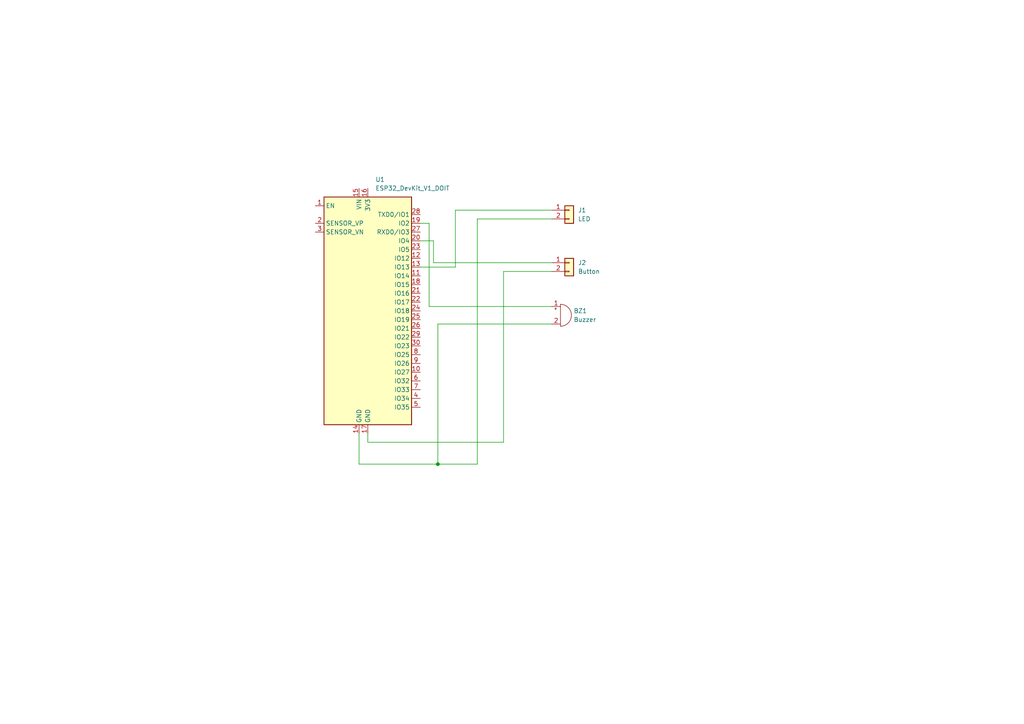
<source format=kicad_sch>
(kicad_sch (version 20230121) (generator eeschema)
  (paper "A4")
  (lib_symbols
    (symbol "Connector_Generic:Conn_01x02" (pin_names (offset 1.016) hide)
      (property "Reference" "J" (at 0 2.54 0))
      (property "Value" "Conn_01x02" (at 0 -5.08 0))
      (symbol "Conn_01x02_1_1"
        (rectangle (start -1.27 -2.413) (end 0 -2.667) (stroke (width 0.1524)))
        (rectangle (start -1.27 0.127) (end 0 -0.127) (stroke (width 0.1524)))
        (rectangle (start -1.27 1.27) (end 1.27 -3.81) (stroke (width 0.254)) (fill (type background)))
        (pin passive line (at -5.08 0 0) (length 3.81) (name "Pin_1") (number "1"))
        (pin passive line (at -5.08 -2.54 0) (length 3.81) (name "Pin_2") (number "2"))
      )
    )
    (symbol "Device:Buzzer" (pin_names (offset 0.0254) hide)
      (property "Reference" "BZ" (at 3.81 1.27 0))
      (property "Value" "Buzzer" (at 3.81 -1.27 0))
      (symbol "Buzzer_0_1"
        (arc (start 0 -3.175) (mid 3.1612 0) (end 0 3.175))
        (polyline (pts (xy -1.651 1.905) (xy -1.143 1.905)))
        (polyline (pts (xy -1.397 2.159) (xy -1.397 1.651)))
        (polyline (pts (xy 0 3.175) (xy 0 -3.175)))
      )
      (symbol "Buzzer_1_1"
        (pin passive line (at -2.54 2.54 0) (length 2.54) (name "-") (number "1"))
        (pin passive line (at -2.54 -2.54 0) (length 2.54) (name "+") (number "2"))
      )
    )
    (symbol "ESP32_DevKit_V1_DOIT:ESP32_DevKit_V1_DOIT"
      (property "Reference" "U" (at -11.43 34.29 0))
      (property "Value" "ESP32_DevKit_V1_DOIT" (at 11.43 34.29 0))
      (symbol "ESP32_DevKit_V1_DOIT_1_1"
        (rectangle (start -12.7 33.02) (end 12.7 -33.02) (stroke (width 0.254)) (fill (type background)))
        (pin input line (at -15.24 30.48 0) (length 2.54) (name "EN") (number "1"))
        (pin bidirectional line (at 15.24 -17.78 180) (length 2.54) (name "IO27") (number "10"))
        (pin bidirectional line (at 15.24 10.16 180) (length 2.54) (name "IO14") (number "11"))
        (pin bidirectional line (at 15.24 15.24 180) (length 2.54) (name "IO12") (number "12"))
        (pin bidirectional line (at 15.24 12.7 180) (length 2.54) (name "IO13") (number "13"))
        (pin power_in line (at -2.54 -35.56 90) (length 2.54) (name "GND") (number "14"))
        (pin power_in line (at -2.54 35.56 270) (length 2.54) (name "VIN") (number "15"))
        (pin power_in line (at 0 35.56 270) (length 2.54) (name "3V3") (number "16"))
        (pin power_in line (at 0 -35.56 90) (length 2.54) (name "GND") (number "17"))
        (pin bidirectional line (at 15.24 7.62 180) (length 2.54) (name "IO15") (number "18"))
        (pin bidirectional line (at 15.24 25.4 180) (length 2.54) (name "IO2") (number "19"))
        (pin input line (at -15.24 25.4 0) (length 2.54) (name "SENSOR_VP") (number "2"))
        (pin bidirectional line (at 15.24 20.32 180) (length 2.54) (name "IO4") (number "20"))
        (pin bidirectional line (at 15.24 5.08 180) (length 2.54) (name "IO16") (number "21"))
        (pin bidirectional line (at 15.24 2.54 180) (length 2.54) (name "IO17") (number "22"))
        (pin bidirectional line (at 15.24 17.78 180) (length 2.54) (name "IO5") (number "23"))
        (pin bidirectional line (at 15.24 0 180) (length 2.54) (name "IO18") (number "24"))
        (pin bidirectional line (at 15.24 -2.54 180) (length 2.54) (name "IO19") (number "25"))
        (pin bidirectional line (at 15.24 -5.08 180) (length 2.54) (name "IO21") (number "26"))
        (pin bidirectional line (at 15.24 22.86 180) (length 2.54) (name "RXD0/IO3") (number "27"))
        (pin bidirectional line (at 15.24 27.94 180) (length 2.54) (name "TXD0/IO1") (number "28"))
        (pin bidirectional line (at 15.24 -7.62 180) (length 2.54) (name "IO22") (number "29"))
        (pin input line (at -15.24 22.86 0) (length 2.54) (name "SENSOR_VN") (number "3"))
        (pin bidirectional line (at 15.24 -10.16 180) (length 2.54) (name "IO23") (number "30"))
        (pin input line (at 15.24 -25.4 180) (length 2.54) (name "IO34") (number "4"))
        (pin input line (at 15.24 -27.94 180) (length 2.54) (name "IO35") (number "5"))
        (pin bidirectional line (at 15.24 -20.32 180) (length 2.54) (name "IO32") (number "6"))
        (pin bidirectional line (at 15.24 -22.86 180) (length 2.54) (name "IO33") (number "7"))
        (pin bidirectional line (at 15.24 -12.7 180) (length 2.54) (name "IO25") (number "8"))
        (pin bidirectional line (at 15.24 -15.24 180) (length 2.54) (name "IO26") (number "9"))
      )
    )
  )
  (junction (at 127 134.62))
  (wire (pts (xy 160.02 76.2) (xy 125.73 76.2)))
  (wire (pts (xy 160.02 60.96) (xy 132.08 60.96)))
  (wire (pts (xy 132.08 77.47) (xy 121.92 77.47)))
  (wire (pts (xy 146.05 78.74) (xy 160.02 78.74)))
  (wire (pts (xy 160.02 63.5) (xy 138.43 63.5)))
  (wire (pts (xy 125.73 69.85) (xy 121.92 69.85)))
  (wire (pts (xy 106.68 128.27) (xy 146.05 128.27)))
  (wire (pts (xy 138.43 63.5) (xy 138.43 134.62)))
  (wire (pts (xy 138.43 134.62) (xy 127 134.62)))
  (wire (pts (xy 125.73 76.2) (xy 125.73 69.85)))
  (wire (pts (xy 160.02 88.9) (xy 124.46 88.9)))
  (wire (pts (xy 124.46 88.9) (xy 124.46 64.77)))
  (wire (pts (xy 146.05 128.27) (xy 146.05 78.74)))
  (wire (pts (xy 124.46 64.77) (xy 121.92 64.77)))
  (wire (pts (xy 106.68 128.27) (xy 106.68 125.73)))
  (wire (pts (xy 104.14 125.73) (xy 104.14 134.62)))
  (wire (pts (xy 127 134.62) (xy 104.14 134.62)))
  (wire (pts (xy 132.08 60.96) (xy 132.08 77.47)))
  (wire (pts (xy 160.02 93.98) (xy 127 93.98)))
  (wire (pts (xy 127 93.98) (xy 127 134.62)))
  (symbol (lib_id "Device:Buzzer") (at 162.56 91.44 0) (unit 1)
    (property "Reference" "BZ1" (at 166.37 90.17 0) (effects (justify left)))
    (property "Value" "Buzzer" (at 166.37 92.71 0) (effects (justify left)))
    (property "Footprint" "Buzzer_Beeper:Buzzer_TDK_PS1240P02BT_D12.2mm_H6.5mm" (effects hide))
  )
  (symbol (lib_id "Connector_Generic:Conn_01x02") (at 165.1 60.96 0) (unit 1)
    (property "Reference" "J1" (at 167.64 60.96 0) (effects (justify left)))
    (property "Value" "LED" (at 167.64 63.5 0) (effects (justify left)))
    (property "Footprint" "Connector_PinHeader_2.54mm:PinHeader_1x02_P2.54mm_Vertical" (effects hide))
  )
  (symbol (lib_id "Connector_Generic:Conn_01x02") (at 165.1 76.2 0) (unit 1)
    (property "Reference" "J2" (at 167.64 76.2 0) (effects (justify left)))
    (property "Value" "Button" (at 167.64 78.74 0) (effects (justify left)))
    (property "Footprint" "Connector_PinHeader_2.54mm:PinHeader_1x02_P2.54mm_Vertical" (effects hide))
  )
  (symbol (lib_id "ESP32_DevKit_V1_DOIT:ESP32_DevKit_V1_DOIT") (at 106.68 90.17 0) (unit 1)
    (property "Reference" "U1" (at 108.8741 52.07 0) (effects (justify left)))
    (property "Value" "ESP32_DevKit_V1_DOIT" (at 108.8741 54.61 0) (effects (justify left)))
    (property "Footprint" "ESP32_DevKit_V1_DOIT:esp32_devkit_v1_doit" (effects hide))
    (property "Datasheet" "https://aliexpress.com/item/32864722159.html" (effects hide))
  )
)
</source>
